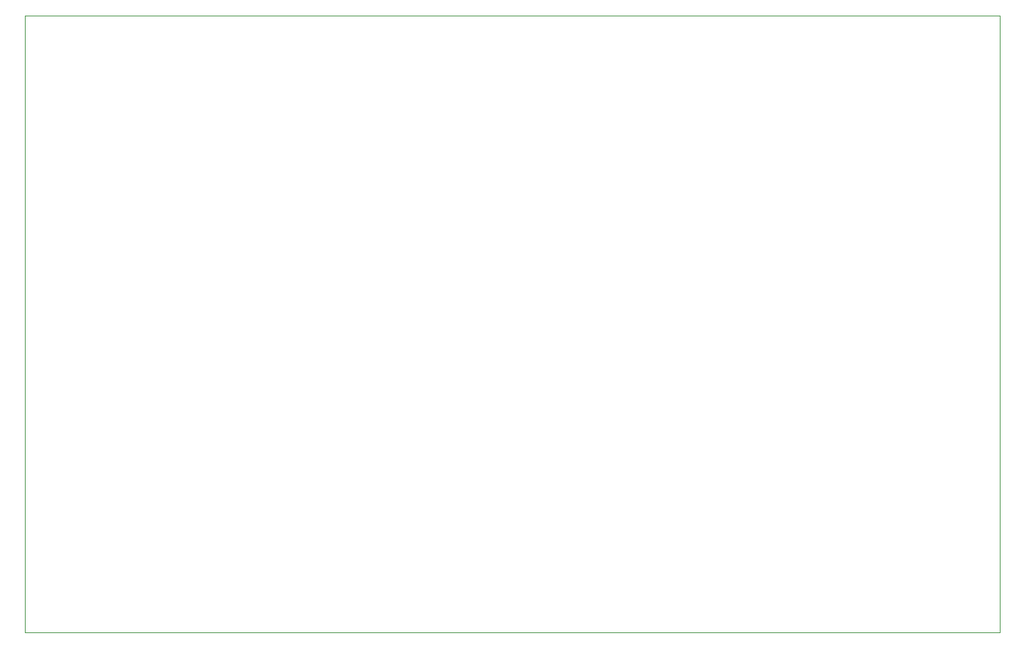
<source format=gbr>
%TF.GenerationSoftware,KiCad,Pcbnew,8.0.3*%
%TF.CreationDate,2024-06-26T21:10:10-03:00*%
%TF.ProjectId,SmartFeeder,536d6172-7446-4656-9564-65722e6b6963,rev?*%
%TF.SameCoordinates,Original*%
%TF.FileFunction,Profile,NP*%
%FSLAX46Y46*%
G04 Gerber Fmt 4.6, Leading zero omitted, Abs format (unit mm)*
G04 Created by KiCad (PCBNEW 8.0.3) date 2024-06-26 21:10:10*
%MOMM*%
%LPD*%
G01*
G04 APERTURE LIST*
%TA.AperFunction,Profile*%
%ADD10C,0.050000*%
%TD*%
G04 APERTURE END LIST*
D10*
X83000000Y-50000000D02*
X199000000Y-50000000D01*
X199000000Y-123500000D01*
X83000000Y-123500000D01*
X83000000Y-50000000D01*
M02*

</source>
